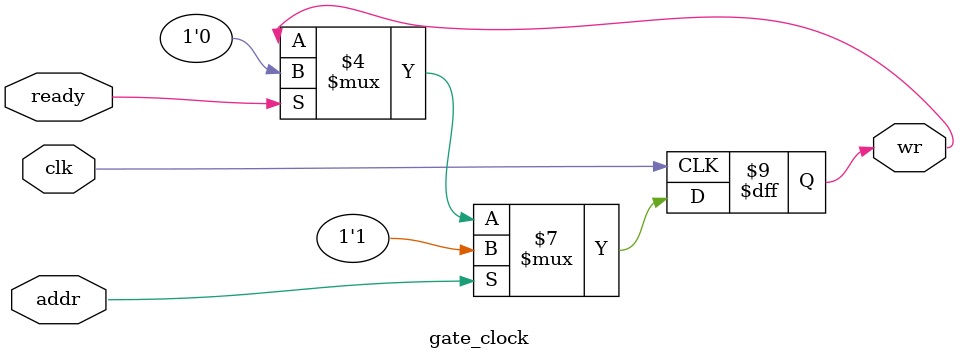
<source format=v>
module gate_clock
(
input clk,
input addr,
ready,
output reg wr
);

// reorder events of mux to allow default value to be last one:
always@(posedge clk)
   if(addr) wr <=1'b1;
   else if (!ready) wr <= wr;
   else wr <= 1'b0;

// wr = addr ? 1'b1 : !ready ? wr : 1'b0;
// wr = addr ? 1'b1 : !(!ready) ? 1'b0 : wr;
// thus 'wr' can be used as clock gated register

endmodule

</source>
